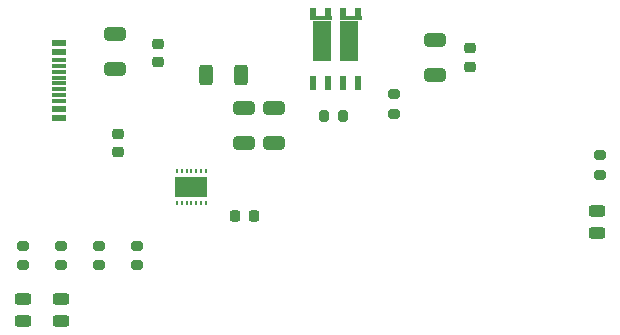
<source format=gtp>
%TF.GenerationSoftware,KiCad,Pcbnew,9.0.6*%
%TF.CreationDate,2026-01-08T22:49:20+05:30*%
%TF.ProjectId,USB_PD_Trigger,5553425f-5044-45f5-9472-69676765722e,rev?*%
%TF.SameCoordinates,Original*%
%TF.FileFunction,Paste,Top*%
%TF.FilePolarity,Positive*%
%FSLAX46Y46*%
G04 Gerber Fmt 4.6, Leading zero omitted, Abs format (unit mm)*
G04 Created by KiCad (PCBNEW 9.0.6) date 2026-01-08 22:49:20*
%MOMM*%
%LPD*%
G01*
G04 APERTURE LIST*
G04 Aperture macros list*
%AMRoundRect*
0 Rectangle with rounded corners*
0 $1 Rounding radius*
0 $2 $3 $4 $5 $6 $7 $8 $9 X,Y pos of 4 corners*
0 Add a 4 corners polygon primitive as box body*
4,1,4,$2,$3,$4,$5,$6,$7,$8,$9,$2,$3,0*
0 Add four circle primitives for the rounded corners*
1,1,$1+$1,$2,$3*
1,1,$1+$1,$4,$5*
1,1,$1+$1,$6,$7*
1,1,$1+$1,$8,$9*
0 Add four rect primitives between the rounded corners*
20,1,$1+$1,$2,$3,$4,$5,0*
20,1,$1+$1,$4,$5,$6,$7,0*
20,1,$1+$1,$6,$7,$8,$9,0*
20,1,$1+$1,$8,$9,$2,$3,0*%
G04 Aperture macros list end*
%ADD10R,0.270000X0.450000*%
%ADD11R,2.700000X1.800000*%
%ADD12R,0.610000X1.270000*%
%ADD13R,0.610000X0.710000*%
%ADD14R,1.910000X0.310000*%
%ADD15R,1.650000X3.500000*%
%ADD16R,1.143000X0.609600*%
%ADD17R,1.143000X0.304800*%
%ADD18RoundRect,0.250000X-0.650000X0.325000X-0.650000X-0.325000X0.650000X-0.325000X0.650000X0.325000X0*%
%ADD19RoundRect,0.200000X0.275000X-0.200000X0.275000X0.200000X-0.275000X0.200000X-0.275000X-0.200000X0*%
%ADD20RoundRect,0.225000X-0.250000X0.225000X-0.250000X-0.225000X0.250000X-0.225000X0.250000X0.225000X0*%
%ADD21RoundRect,0.200000X-0.275000X0.200000X-0.275000X-0.200000X0.275000X-0.200000X0.275000X0.200000X0*%
%ADD22RoundRect,0.243750X0.456250X-0.243750X0.456250X0.243750X-0.456250X0.243750X-0.456250X-0.243750X0*%
%ADD23RoundRect,0.225000X0.250000X-0.225000X0.250000X0.225000X-0.250000X0.225000X-0.250000X-0.225000X0*%
%ADD24RoundRect,0.250000X-0.312500X-0.625000X0.312500X-0.625000X0.312500X0.625000X-0.312500X0.625000X0*%
%ADD25RoundRect,0.200000X0.200000X0.275000X-0.200000X0.275000X-0.200000X-0.275000X0.200000X-0.275000X0*%
%ADD26RoundRect,0.225000X-0.225000X-0.250000X0.225000X-0.250000X0.225000X0.250000X-0.225000X0.250000X0*%
%ADD27RoundRect,0.250000X0.650000X-0.325000X0.650000X0.325000X-0.650000X0.325000X-0.650000X-0.325000X0*%
G04 APERTURE END LIST*
D10*
X143720000Y-107635000D03*
X143320000Y-107635000D03*
X142920000Y-107635000D03*
X142520000Y-107635000D03*
X142120000Y-107635000D03*
X141720000Y-107635000D03*
X141320000Y-107635000D03*
X141320000Y-110285000D03*
X141720000Y-110285000D03*
X142120000Y-110285000D03*
X142520000Y-110285000D03*
X142920000Y-110285000D03*
X143320000Y-110285000D03*
X143720000Y-110285000D03*
D11*
X142520000Y-108960000D03*
D12*
X152840000Y-100123000D03*
X154110000Y-100123000D03*
X155380000Y-100123000D03*
X156650000Y-100123000D03*
D13*
X156650000Y-94147000D03*
X155380000Y-94147000D03*
X154110000Y-94147000D03*
X152840000Y-94147000D03*
D14*
X153490000Y-94657000D03*
D15*
X153618000Y-96562000D03*
X155872000Y-96562000D03*
D14*
X156000000Y-94657000D03*
D16*
X131323199Y-96735000D03*
X131323199Y-97535001D03*
D17*
X131323199Y-98685001D03*
X131323199Y-99685001D03*
X131323199Y-100185001D03*
X131323199Y-101185001D03*
D16*
X131323199Y-103135000D03*
X131323199Y-102335001D03*
D17*
X131323199Y-101685061D03*
X131323199Y-100685060D03*
X131323199Y-99185061D03*
X131323199Y-98185060D03*
D18*
X149545000Y-102285000D03*
X149545000Y-105235000D03*
X146995000Y-102285000D03*
X146995000Y-105235000D03*
D19*
X134720000Y-115560000D03*
X134720000Y-113910000D03*
D20*
X136320000Y-104435000D03*
X136320000Y-105985000D03*
D21*
X177120000Y-106259999D03*
X177120000Y-107909999D03*
D22*
X176870000Y-112872500D03*
X176870000Y-110997500D03*
D20*
X166120000Y-97210000D03*
X166120000Y-98760000D03*
D22*
X131520000Y-120322500D03*
X131520000Y-118447500D03*
D23*
X139670000Y-98410000D03*
X139670000Y-96860000D03*
D21*
X159670000Y-101110000D03*
X159670000Y-102760000D03*
X131520000Y-113910000D03*
X131520000Y-115560000D03*
D24*
X143757500Y-99485000D03*
X146682500Y-99485000D03*
D25*
X155370000Y-102935000D03*
X153720000Y-102935000D03*
D21*
X128270000Y-113910000D03*
X128270000Y-115560000D03*
D26*
X146245000Y-111385000D03*
X147795000Y-111385000D03*
D27*
X136070000Y-98970000D03*
X136070000Y-96020000D03*
D18*
X163120000Y-96535000D03*
X163120000Y-99485000D03*
D22*
X128270000Y-120322500D03*
X128270000Y-118447500D03*
D19*
X137920000Y-115560000D03*
X137920000Y-113910000D03*
M02*

</source>
